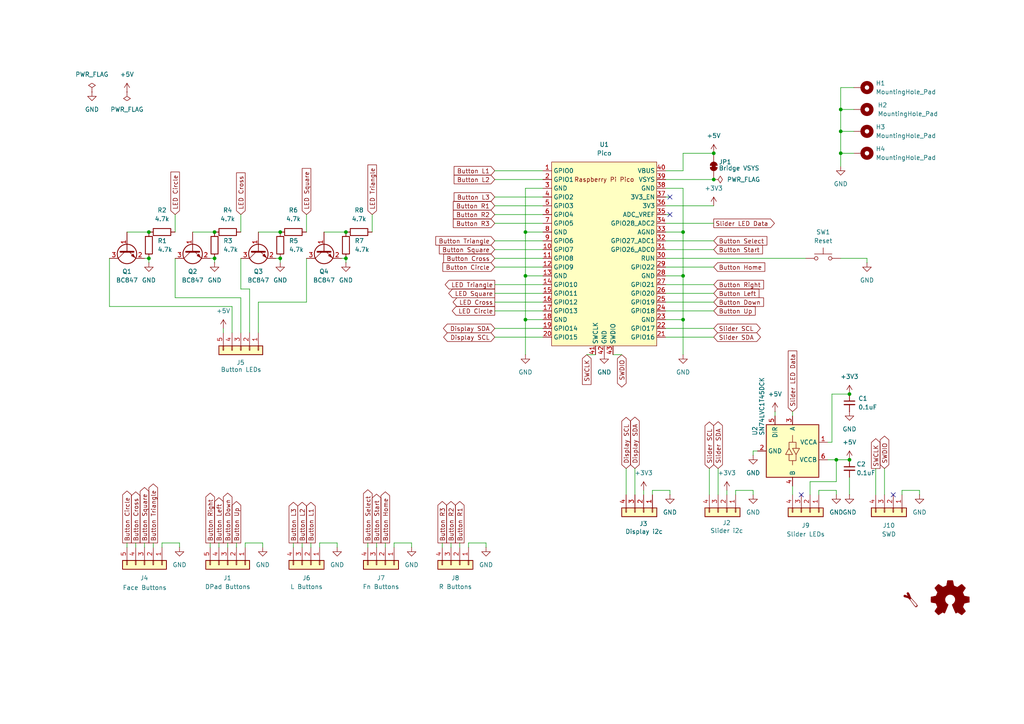
<source format=kicad_sch>
(kicad_sch (version 20231120) (generator "eeschema") (generator_version "8.0")
  (paper "A4")
  (title_block (title "DivaConIO") (date "2024-11-15") (rev "1") (company "ravinrabbid"))
  (lib_symbols
    (symbol "Connector_Generic:Conn_01x04" (pin_names (offset 1.016) hide)
      (property "Reference" "J" (at 0 5.08 0))
      (property "Value" "Conn_01x04" (at 0 -7.62 0))
      (symbol "Conn_01x04_1_1"
        (pin passive line (at -5.08 2.54 0) (length 3.81) (name "Pin_1") (number "1"))
        (pin passive line (at -5.08 0 0) (length 3.81) (name "Pin_2") (number "2"))
        (pin passive line (at -5.08 -2.54 0) (length 3.81) (name "Pin_3") (number "3"))
        (pin passive line (at -5.08 -5.08 0) (length 3.81) (name "Pin_4") (number "4"))
      )
    )
    (symbol "Connector_Generic:Conn_01x05" (pin_names (offset 1.016) hide)
      (property "Reference" "J" (at 0 7.62 0))
      (property "Value" "Conn_01x05" (at 0 -7.62 0))
      (symbol "Conn_01x05_1_1"
        (pin passive line (at -5.08 5.08 0) (length 3.81) (name "Pin_1") (number "1"))
        (pin passive line (at -5.08 2.54 0) (length 3.81) (name "Pin_2") (number "2"))
        (pin passive line (at -5.08 0 0) (length 3.81) (name "Pin_3") (number "3"))
        (pin passive line (at -5.08 -2.54 0) (length 3.81) (name "Pin_4") (number "4"))
        (pin passive line (at -5.08 -5.08 0) (length 3.81) (name "Pin_5") (number "5"))
      )
    )
    (symbol "CustomLogos:Leek" (pin_names (offset 1.016)) (in_bom no) (on_board no))
    (symbol "Device:C_Small" (pin_numbers hide) (pin_names (offset 0.254) hide)
      (property "Reference" "C" (at 0.254 1.778 0))
      (property "Value" "C_Small" (at 0.254 -2.032 0))
      (symbol "C_Small_1_1"
        (pin passive line (at 0 2.54 270) (length 2.032) (name "~") (number "1"))
        (pin passive line (at 0 -2.54 90) (length 2.032) (name "~") (number "2"))
      )
    )
    (symbol "Device:R" (pin_numbers hide) (pin_names (offset 0))
      (property "Reference" "R" (at 2.032 0 90))
      (property "Value" "R" (at 0 0 90))
      (symbol "R_1_1"
        (pin passive line (at 0 3.81 270) (length 1.27) (name "~") (number "1"))
        (pin passive line (at 0 -3.81 90) (length 1.27) (name "~") (number "2"))
      )
    )
    (symbol "DivaConIO:Pico"
      (property "Reference" "U" (at -13.97 27.94 0))
      (property "Value" "Pico" (at 0 19.05 0))
      (symbol "Pico_0_0"
        (text "Raspberry Pi Pico" (at 0 21.59 0) (effects (font (size 1.27 1.27))))
      )
      (symbol "Pico_1_1"
        (pin bidirectional line (at -17.78 24.13 0) (length 2.54) (name "GPIO0") (number "1"))
        (pin bidirectional line (at -17.78 1.27 0) (length 2.54) (name "GPIO7") (number "10"))
        (pin bidirectional line (at -17.78 -1.27 0) (length 2.54) (name "GPIO8") (number "11"))
        (pin bidirectional line (at -17.78 -3.81 0) (length 2.54) (name "GPIO9") (number "12"))
        (pin power_in line (at -17.78 -6.35 0) (length 2.54) (name "GND") (number "13"))
        (pin bidirectional line (at -17.78 -8.89 0) (length 2.54) (name "GPIO10") (number "14"))
        (pin bidirectional line (at -17.78 -11.43 0) (length 2.54) (name "GPIO11") (number "15"))
        (pin bidirectional line (at -17.78 -13.97 0) (length 2.54) (name "GPIO12") (number "16"))
        (pin bidirectional line (at -17.78 -16.51 0) (length 2.54) (name "GPIO13") (number "17"))
        (pin power_in line (at -17.78 -19.05 0) (length 2.54) (name "GND") (number "18"))
        (pin bidirectional line (at -17.78 -21.59 0) (length 2.54) (name "GPIO14") (number "19"))
        (pin bidirectional line (at -17.78 21.59 0) (length 2.54) (name "GPIO1") (number "2"))
        (pin bidirectional line (at -17.78 -24.13 0) (length 2.54) (name "GPIO15") (number "20"))
        (pin bidirectional line (at 17.78 -24.13 180) (length 2.54) (name "GPIO16") (number "21"))
        (pin bidirectional line (at 17.78 -21.59 180) (length 2.54) (name "GPIO17") (number "22"))
        (pin power_in line (at 17.78 -19.05 180) (length 2.54) (name "GND") (number "23"))
        (pin bidirectional line (at 17.78 -16.51 180) (length 2.54) (name "GPIO18") (number "24"))
        (pin bidirectional line (at 17.78 -13.97 180) (length 2.54) (name "GPIO19") (number "25"))
        (pin bidirectional line (at 17.78 -11.43 180) (length 2.54) (name "GPIO20") (number "26"))
        (pin bidirectional line (at 17.78 -8.89 180) (length 2.54) (name "GPIO21") (number "27"))
        (pin power_in line (at 17.78 -6.35 180) (length 2.54) (name "GND") (number "28"))
        (pin bidirectional line (at 17.78 -3.81 180) (length 2.54) (name "GPIO22") (number "29"))
        (pin power_in line (at -17.78 19.05 0) (length 2.54) (name "GND") (number "3"))
        (pin input line (at 17.78 -1.27 180) (length 2.54) (name "RUN") (number "30"))
        (pin bidirectional line (at 17.78 1.27 180) (length 2.54) (name "GPIO26_ADC0") (number "31"))
        (pin bidirectional line (at 17.78 3.81 180) (length 2.54) (name "GPIO27_ADC1") (number "32"))
        (pin power_in line (at 17.78 6.35 180) (length 2.54) (name "AGND") (number "33"))
        (pin bidirectional line (at 17.78 8.89 180) (length 2.54) (name "GPIO28_ADC2") (number "34"))
        (pin power_in line (at 17.78 11.43 180) (length 2.54) (name "ADC_VREF") (number "35"))
        (pin power_out line (at 17.78 13.97 180) (length 2.54) (name "3V3") (number "36"))
        (pin input line (at 17.78 16.51 180) (length 2.54) (name "3V3_EN") (number "37"))
        (pin power_in line (at 17.78 19.05 180) (length 2.54) (name "GND") (number "38"))
        (pin power_in line (at 17.78 21.59 180) (length 2.54) (name "VSYS") (number "39"))
        (pin bidirectional line (at -17.78 16.51 0) (length 2.54) (name "GPIO2") (number "4"))
        (pin power_in line (at 17.78 24.13 180) (length 2.54) (name "VBUS") (number "40"))
        (pin input line (at -2.54 -29.21 90) (length 2.54) (name "SWCLK") (number "41"))
        (pin power_in line (at 0 -29.21 90) (length 2.54) (name "GND") (number "42"))
        (pin bidirectional line (at 2.54 -29.21 90) (length 2.54) (name "SWDIO") (number "43"))
        (pin bidirectional line (at -17.78 13.97 0) (length 2.54) (name "GPIO3") (number "5"))
        (pin bidirectional line (at -17.78 11.43 0) (length 2.54) (name "GPIO4") (number "6"))
        (pin bidirectional line (at -17.78 8.89 0) (length 2.54) (name "GPIO5") (number "7"))
        (pin power_in line (at -17.78 6.35 0) (length 2.54) (name "GND") (number "8"))
        (pin bidirectional line (at -17.78 3.81 0) (length 2.54) (name "GPIO6") (number "9"))
      )
    )
    (symbol "Graphic:Logo_Open_Hardware_Small" (in_bom no) (on_board no))
    (symbol "Jumper:SolderJumper_2_Bridged" (pin_numbers hide) (pin_names (offset 0) hide) (exclude_from_sim yes) (in_bom no)
      (property "Reference" "JP" (at 0 2.032 0))
      (property "Value" "SolderJumper_2_Bridged" (at 0 -2.54 0))
      (symbol "SolderJumper_2_Bridged_1_1"
        (pin passive line (at -3.81 0 0) (length 2.54) (name "A") (number "1"))
        (pin passive line (at 3.81 0 180) (length 2.54) (name "B") (number "2"))
      )
    )
    (symbol "Logic_LevelTranslator:SN74LVC1T45DCK"
      (property "Reference" "U" (at -6.35 8.89 0))
      (property "Value" "SN74LVC1T45DCK" (at 3.81 8.89 0))
      (symbol "SN74LVC1T45DCK_1_1"
        (pin power_in line (at -2.54 10.16 270) (length 2.54) (name "VCCA") (number "1"))
        (pin power_in line (at 0 -10.16 90) (length 2.54) (name "GND") (number "2"))
        (pin bidirectional line (at -10.16 0 0) (length 2.54) (name "A") (number "3"))
        (pin bidirectional line (at 10.16 0 180) (length 2.54) (name "B") (number "4"))
        (pin input line (at -10.16 -5.08 0) (length 2.54) (name "DIR") (number "5"))
        (pin power_in line (at 2.54 10.16 270) (length 2.54) (name "VCCB") (number "6"))
      )
    )
    (symbol "Mechanical:MountingHole_Pad" (pin_numbers hide) (pin_names (offset 1.016) hide) (exclude_from_sim yes) (in_bom no)
      (property "Reference" "H" (at 0 6.35 0))
      (property "Value" "MountingHole_Pad" (at 0 4.445 0))
      (symbol "MountingHole_Pad_1_1"
        (pin input line (at 0 -2.54 90) (length 2.54) (name "1") (number "1"))
      )
    )
    (symbol "Switch:SW_Push" (pin_numbers hide) (pin_names (offset 1.016) hide)
      (property "Reference" "SW" (at 1.27 2.54 0))
      (property "Value" "SW_Push" (at 0 -1.524 0))
      (symbol "SW_Push_0_1"
        (pin passive line (at -5.08 0 0) (length 2.54) (name "1") (number "1"))
        (pin passive line (at 5.08 0 180) (length 2.54) (name "2") (number "2"))
      )
    )
    (symbol "Transistor_BJT:BC847" (pin_names (offset 0) hide)
      (property "Reference" "Q" (at 5.08 1.905 0))
      (property "Value" "BC847" (at 5.08 0 0))
      (symbol "BC847_1_1"
        (pin input line (at -5.08 0 0) (length 5.715) (name "B") (number "1"))
        (pin passive line (at 2.54 -5.08 90) (length 2.54) (name "E") (number "2"))
        (pin passive line (at 2.54 5.08 270) (length 2.54) (name "C") (number "3"))
      )
    )
    (symbol "power:+3V3" (power) (pin_numbers hide) (pin_names (offset 0) hide)
      (property "Value" "+3V3" (at 0 3.556 0))
      (symbol "+3V3_1_1"
        (pin power_in line (at 0 0 90) (length 0) (name "~") (number "1"))
      )
    )
    (symbol "power:+5V" (power) (pin_numbers hide) (pin_names (offset 0) hide)
      (property "Value" "+5V" (at 0 3.556 0))
      (symbol "+5V_1_1"
        (pin power_in line (at 0 0 90) (length 0) (name "~") (number "1"))
      )
    )
    (symbol "power:GND" (power) (pin_numbers hide) (pin_names (offset 0) hide)
      (property "Value" "GND" (at 0 -3.81 0))
      (symbol "GND_1_1"
        (pin power_in line (at 0 0 270) (length 0) (name "~") (number "1"))
      )
    )
    (symbol "power:PWR_FLAG" (power) (pin_numbers hide) (pin_names (offset 0) hide)
      (property "Value" "PWR_FLAG" (at 0 3.81 0))
      (symbol "PWR_FLAG_0_0"
        (pin power_out line (at 0 0 90) (length 0) (name "~") (number "1"))
      )
    )
  )
  (junction (at 100.33 67.31))
  (junction (at 243.84 44.45))
  (junction (at 246.38 114.3))
  (junction (at 152.4 67.31))
  (junction (at 198.12 80.01))
  (junction (at 43.18 74.93))
  (junction (at 207.01 44.45))
  (junction (at 152.4 80.01))
  (junction (at 81.28 74.93))
  (junction (at 243.84 38.1))
  (junction (at 62.23 74.93))
  (junction (at 198.12 67.31))
  (junction (at 246.38 133.35))
  (junction (at 100.33 74.93))
  (junction (at 207.01 52.07))
  (junction (at 152.4 92.71))
  (junction (at 198.12 92.71))
  (junction (at 62.23 67.31))
  (junction (at 43.18 67.31))
  (junction (at 243.84 31.75))
  (junction (at 242.57 133.35))
  (junction (at 81.28 67.31))
  (no_connect (at 194.31 62.23))
  (no_connect (at 194.31 57.15))
  (no_connect (at 259.08 143.51))
  (no_connect (at 232.41 143.51))
  (wire (pts (xy 207.01 52.07) (xy 193.04 52.07)))
  (wire (pts (xy 177.8 102.87) (xy 180.34 102.87)))
  (wire (pts (xy 62.23 74.93) (xy 62.23 76.2)))
  (wire (pts (xy 247.65 25.4) (xy 243.84 25.4)))
  (wire (pts (xy 193.04 90.17) (xy 207.01 90.17)))
  (wire (pts (xy 81.28 67.31) (xy 74.93 67.31)))
  (wire (pts (xy 135.89 157.48) (xy 140.97 157.48)))
  (wire (pts (xy 60.96 157.48) (xy 60.96 158.75)))
  (wire (pts (xy 193.04 72.39) (xy 207.01 72.39)))
  (wire (pts (xy 143.51 74.93) (xy 157.48 74.93)))
  (wire (pts (xy 208.28 135.89) (xy 208.28 143.51)))
  (wire (pts (xy 69.85 74.93) (xy 69.85 83.82)))
  (wire (pts (xy 152.4 80.01) (xy 157.48 80.01)))
  (wire (pts (xy 50.8 74.93) (xy 50.8 86.36)))
  (wire (pts (xy 243.84 38.1) (xy 243.84 44.45)))
  (wire (pts (xy 81.28 74.93) (xy 81.28 76.2)))
  (wire (pts (xy 100.33 67.31) (xy 93.98 67.31)))
  (wire (pts (xy 143.51 59.69) (xy 157.48 59.69)))
  (wire (pts (xy 41.91 157.48) (xy 41.91 158.75)))
  (wire (pts (xy 143.51 52.07) (xy 157.48 52.07)))
  (wire (pts (xy 193.04 92.71) (xy 198.12 92.71)))
  (wire (pts (xy 39.37 157.48) (xy 39.37 158.75)))
  (wire (pts (xy 143.51 95.25) (xy 157.48 95.25)))
  (wire (pts (xy 229.87 119.38) (xy 229.87 120.65)))
  (wire (pts (xy 219.71 130.81) (xy 218.44 130.81)))
  (wire (pts (xy 46.99 157.48) (xy 46.99 158.75)))
  (wire (pts (xy 50.8 86.36) (xy 69.85 86.36)))
  (wire (pts (xy 184.15 135.89) (xy 184.15 143.51)))
  (wire (pts (xy 68.58 157.48) (xy 68.58 158.75)))
  (wire (pts (xy 43.18 67.31) (xy 36.83 67.31)))
  (wire (pts (xy 46.99 157.48) (xy 52.07 157.48)))
  (wire (pts (xy 210.82 142.24) (xy 210.82 143.51)))
  (wire (pts (xy 193.04 77.47) (xy 207.01 77.47)))
  (wire (pts (xy 243.84 38.1) (xy 247.65 38.1)))
  (wire (pts (xy 218.44 142.24) (xy 218.44 143.51)))
  (wire (pts (xy 71.12 157.48) (xy 76.2 157.48)))
  (wire (pts (xy 266.7 142.24) (xy 266.7 143.51)))
  (wire (pts (xy 143.51 72.39) (xy 157.48 72.39)))
  (wire (pts (xy 243.84 31.75) (xy 247.65 31.75)))
  (wire (pts (xy 193.04 95.25) (xy 207.01 95.25)))
  (wire (pts (xy 106.68 157.48) (xy 106.68 158.75)))
  (wire (pts (xy 193.04 87.63) (xy 207.01 87.63)))
  (wire (pts (xy 69.85 83.82) (xy 72.39 83.82)))
  (wire (pts (xy 76.2 157.48) (xy 76.2 158.75)))
  (wire (pts (xy 193.04 97.79) (xy 207.01 97.79)))
  (wire (pts (xy 88.9 87.63) (xy 74.93 87.63)))
  (wire (pts (xy 261.62 142.24) (xy 266.7 142.24)))
  (wire (pts (xy 243.84 74.93) (xy 251.46 74.93)))
  (wire (pts (xy 44.45 157.48) (xy 44.45 158.75)))
  (wire (pts (xy 189.23 142.24) (xy 189.23 143.51)))
  (wire (pts (xy 218.44 130.81) (xy 218.44 132.08)))
  (wire (pts (xy 143.51 85.09) (xy 157.48 85.09)))
  (wire (pts (xy 152.4 67.31) (xy 152.4 80.01)))
  (wire (pts (xy 254 135.89) (xy 254 143.51)))
  (wire (pts (xy 140.97 157.48) (xy 140.97 158.75)))
  (wire (pts (xy 193.04 59.69) (xy 207.01 59.69)))
  (wire (pts (xy 67.31 88.9) (xy 67.31 96.52)))
  (wire (pts (xy 152.4 54.61) (xy 152.4 67.31)))
  (wire (pts (xy 36.83 157.48) (xy 36.83 158.75)))
  (wire (pts (xy 143.51 69.85) (xy 157.48 69.85)))
  (wire (pts (xy 198.12 44.45) (xy 207.01 44.45)))
  (wire (pts (xy 152.4 67.31) (xy 157.48 67.31)))
  (wire (pts (xy 111.76 157.48) (xy 111.76 158.75)))
  (wire (pts (xy 181.61 135.89) (xy 181.61 143.51)))
  (wire (pts (xy 90.17 157.48) (xy 90.17 158.75)))
  (wire (pts (xy 63.5 157.48) (xy 63.5 158.75)))
  (wire (pts (xy 143.51 82.55) (xy 157.48 82.55)))
  (wire (pts (xy 62.23 67.31) (xy 55.88 67.31)))
  (wire (pts (xy 234.95 139.7) (xy 242.57 139.7)))
  (wire (pts (xy 143.51 97.79) (xy 157.48 97.79)))
  (wire (pts (xy 143.51 77.47) (xy 157.48 77.47)))
  (wire (pts (xy 240.03 133.35) (xy 242.57 133.35)))
  (wire (pts (xy 246.38 143.51) (xy 246.38 138.43)))
  (wire (pts (xy 193.04 85.09) (xy 207.01 85.09)))
  (wire (pts (xy 157.48 54.61) (xy 152.4 54.61)))
  (wire (pts (xy 213.36 142.24) (xy 213.36 143.51)))
  (wire (pts (xy 128.27 157.48) (xy 128.27 158.75)))
  (wire (pts (xy 143.51 62.23) (xy 157.48 62.23)))
  (wire (pts (xy 152.4 80.01) (xy 152.4 92.71)))
  (wire (pts (xy 114.3 157.48) (xy 119.38 157.48)))
  (wire (pts (xy 72.39 83.82) (xy 72.39 96.52)))
  (wire (pts (xy 193.04 74.93) (xy 233.68 74.93)))
  (wire (pts (xy 31.75 88.9) (xy 67.31 88.9)))
  (wire (pts (xy 99.06 74.93) (xy 100.33 74.93)))
  (wire (pts (xy 243.84 25.4) (xy 243.84 31.75)))
  (wire (pts (xy 198.12 92.71) (xy 198.12 102.87)))
  (wire (pts (xy 31.75 74.93) (xy 31.75 88.9)))
  (wire (pts (xy 256.54 135.89) (xy 256.54 143.51)))
  (wire (pts (xy 237.49 142.24) (xy 237.49 143.51)))
  (wire (pts (xy 69.85 86.36) (xy 69.85 96.52)))
  (wire (pts (xy 193.04 67.31) (xy 198.12 67.31)))
  (wire (pts (xy 224.79 119.38) (xy 224.79 120.65)))
  (wire (pts (xy 243.84 44.45) (xy 247.65 44.45)))
  (wire (pts (xy 130.81 157.48) (xy 130.81 158.75)))
  (wire (pts (xy 143.51 87.63) (xy 157.48 87.63)))
  (wire (pts (xy 114.3 157.48) (xy 114.3 158.75)))
  (wire (pts (xy 198.12 54.61) (xy 198.12 67.31)))
  (wire (pts (xy 133.35 157.48) (xy 133.35 158.75)))
  (wire (pts (xy 193.04 54.61) (xy 198.12 54.61)))
  (wire (pts (xy 193.04 80.01) (xy 198.12 80.01)))
  (wire (pts (xy 170.18 102.87) (xy 172.72 102.87)))
  (wire (pts (xy 243.84 31.75) (xy 243.84 38.1)))
  (wire (pts (xy 243.84 44.45) (xy 243.84 48.26)))
  (wire (pts (xy 152.4 92.71) (xy 152.4 102.87)))
  (wire (pts (xy 234.95 143.51) (xy 234.95 139.7)))
  (wire (pts (xy 87.63 157.48) (xy 87.63 158.75)))
  (wire (pts (xy 143.51 49.53) (xy 157.48 49.53)))
  (wire (pts (xy 193.04 64.77) (xy 207.01 64.77)))
  (wire (pts (xy 193.04 69.85) (xy 207.01 69.85)))
  (wire (pts (xy 143.51 64.77) (xy 157.48 64.77)))
  (wire (pts (xy 66.04 157.48) (xy 66.04 158.75)))
  (wire (pts (xy 229.87 140.97) (xy 229.87 143.51)))
  (wire (pts (xy 71.12 157.48) (xy 71.12 158.75)))
  (wire (pts (xy 109.22 157.48) (xy 109.22 158.75)))
  (wire (pts (xy 119.38 157.48) (xy 119.38 158.75)))
  (wire (pts (xy 198.12 80.01) (xy 198.12 92.71)))
  (wire (pts (xy 205.74 135.89) (xy 205.74 143.51)))
  (wire (pts (xy 193.04 49.53) (xy 198.12 49.53)))
  (wire (pts (xy 143.51 90.17) (xy 157.48 90.17)))
  (wire (pts (xy 194.31 62.23) (xy 193.04 62.23)))
  (wire (pts (xy 64.77 95.25) (xy 64.77 96.52)))
  (wire (pts (xy 107.95 62.23) (xy 107.95 67.31)))
  (wire (pts (xy 52.07 157.48) (xy 52.07 158.75)))
  (wire (pts (xy 194.31 142.24) (xy 194.31 143.51)))
  (wire (pts (xy 100.33 74.93) (xy 100.33 76.2)))
  (wire (pts (xy 74.93 87.63) (xy 74.93 96.52)))
  (wire (pts (xy 194.31 57.15) (xy 193.04 57.15)))
  (wire (pts (xy 242.57 142.24) (xy 242.57 143.51)))
  (wire (pts (xy 85.09 157.48) (xy 85.09 158.75)))
  (wire (pts (xy 41.91 74.93) (xy 43.18 74.93)))
  (wire (pts (xy 92.71 157.48) (xy 92.71 158.75)))
  (wire (pts (xy 198.12 67.31) (xy 198.12 80.01)))
  (wire (pts (xy 242.57 133.35) (xy 246.38 133.35)))
  (wire (pts (xy 143.51 57.15) (xy 157.48 57.15)))
  (wire (pts (xy 60.96 74.93) (xy 62.23 74.93)))
  (wire (pts (xy 251.46 74.93) (xy 251.46 76.2)))
  (wire (pts (xy 198.12 44.45) (xy 198.12 49.53)))
  (wire (pts (xy 80.01 74.93) (xy 81.28 74.93)))
  (wire (pts (xy 69.85 62.23) (xy 69.85 67.31)))
  (wire (pts (xy 50.8 62.23) (xy 50.8 67.31)))
  (wire (pts (xy 242.57 139.7) (xy 242.57 133.35)))
  (wire (pts (xy 189.23 142.24) (xy 194.31 142.24)))
  (wire (pts (xy 135.89 157.48) (xy 135.89 158.75)))
  (wire (pts (xy 43.18 74.93) (xy 43.18 76.2)))
  (wire (pts (xy 92.71 157.48) (xy 97.79 157.48)))
  (wire (pts (xy 237.49 142.24) (xy 242.57 142.24)))
  (wire (pts (xy 88.9 74.93) (xy 88.9 87.63)))
  (wire (pts (xy 261.62 142.24) (xy 261.62 143.51)))
  (wire (pts (xy 241.3 114.3) (xy 246.38 114.3)))
  (wire (pts (xy 241.3 128.27) (xy 240.03 128.27)))
  (wire (pts (xy 186.69 142.24) (xy 186.69 143.51)))
  (wire (pts (xy 193.04 82.55) (xy 207.01 82.55)))
  (wire (pts (xy 213.36 142.24) (xy 218.44 142.24)))
  (wire (pts (xy 97.79 157.48) (xy 97.79 158.75)))
  (wire (pts (xy 152.4 92.71) (xy 157.48 92.71)))
  (wire (pts (xy 88.9 62.23) (xy 88.9 67.31)))
  (wire (pts (xy 241.3 114.3) (xy 241.3 128.27)))
  (global_label "Button R3" (shape input) (at 143.51 64.77 180) (property "Intersheetrefs" "${INTERSHEET_REFS}" (effects (hide yes))))
  (global_label "Button Circle" (shape output) (at 36.83 157.48 90) (property "Intersheetrefs" "${INTERSHEET_REFS}" (effects (hide yes))))
  (global_label "Button Cross" (shape output) (at 39.37 157.48 90) (property "Intersheetrefs" "${INTERSHEET_REFS}" (effects (hide yes))))
  (global_label "Display SCL" (shape bidirectional) (at 143.51 97.79 180) (property "Intersheetrefs" "${INTERSHEET_REFS}" (effects (hide yes))))
  (global_label "Button Up" (shape output) (at 68.58 157.48 90) (property "Intersheetrefs" "${INTERSHEET_REFS}" (effects (hide yes))))
  (global_label "Button Select" (shape output) (at 106.68 157.48 90) (property "Intersheetrefs" "${INTERSHEET_REFS}" (effects (hide yes))))
  (global_label "Slider LED Data" (shape input) (at 229.87 119.38 90) (property "Intersheetrefs" "${INTERSHEET_REFS}" (effects (hide yes))))
  (global_label "Button L2" (shape input) (at 143.51 52.07 180) (property "Intersheetrefs" "${INTERSHEET_REFS}" (effects (hide yes))))
  (global_label "Display SDA" (shape bidirectional) (at 184.15 135.89 90) (property "Intersheetrefs" "${INTERSHEET_REFS}" (effects (hide yes))))
  (global_label "Slider SCL" (shape bidirectional) (at 205.74 135.89 90) (property "Intersheetrefs" "${INTERSHEET_REFS}" (effects (hide yes))))
  (global_label "Button R2" (shape input) (at 143.51 62.23 180) (property "Intersheetrefs" "${INTERSHEET_REFS}" (effects (hide yes))))
  (global_label "Slider SDA" (shape bidirectional) (at 207.01 97.79 0) (property "Intersheetrefs" "${INTERSHEET_REFS}" (effects (hide yes))))
  (global_label "LED Triangle" (shape output) (at 143.51 82.55 180) (property "Intersheetrefs" "${INTERSHEET_REFS}" (effects (hide yes))))
  (global_label "Button R1" (shape input) (at 143.51 59.69 180) (property "Intersheetrefs" "${INTERSHEET_REFS}" (effects (hide yes))))
  (global_label "Slider SDA" (shape bidirectional) (at 208.28 135.89 90) (property "Intersheetrefs" "${INTERSHEET_REFS}" (effects (hide yes))))
  (global_label "Button Left" (shape input) (at 207.01 85.09 0) (property "Intersheetrefs" "${INTERSHEET_REFS}" (effects (hide yes))))
  (global_label "Button Right" (shape input) (at 207.01 82.55 0) (property "Intersheetrefs" "${INTERSHEET_REFS}" (effects (hide yes))))
  (global_label "Button Square" (shape output) (at 41.91 157.48 90) (property "Intersheetrefs" "${INTERSHEET_REFS}" (effects (hide yes))))
  (global_label "Button L1" (shape input) (at 143.51 49.53 180) (property "Intersheetrefs" "${INTERSHEET_REFS}" (effects (hide yes))))
  (global_label "LED Circle" (shape input) (at 50.8 62.23 90) (property "Intersheetrefs" "${INTERSHEET_REFS}" (effects (hide yes))))
  (global_label "Button Cross" (shape input) (at 143.51 74.93 180) (property "Intersheetrefs" "${INTERSHEET_REFS}" (effects (hide yes))))
  (global_label "Button L1" (shape output) (at 90.17 157.48 90) (property "Intersheetrefs" "${INTERSHEET_REFS}" (effects (hide yes))))
  (global_label "Button R1" (shape output) (at 133.35 157.48 90) (property "Intersheetrefs" "${INTERSHEET_REFS}" (effects (hide yes))))
  (global_label "Button Triangle" (shape input) (at 143.51 69.85 180) (property "Intersheetrefs" "${INTERSHEET_REFS}" (effects (hide yes))))
  (global_label "Button R2" (shape output) (at 130.81 157.48 90) (property "Intersheetrefs" "${INTERSHEET_REFS}" (effects (hide yes))))
  (global_label "LED Square" (shape output) (at 143.51 85.09 180) (property "Intersheetrefs" "${INTERSHEET_REFS}" (effects (hide yes))))
  (global_label "Button Select" (shape input) (at 207.01 69.85 0) (property "Intersheetrefs" "${INTERSHEET_REFS}" (effects (hide yes))))
  (global_label "Slider LED Data" (shape output) (at 207.01 64.77 0) (property "Intersheetrefs" "${INTERSHEET_REFS}" (effects (hide yes))))
  (global_label "Button Triangle" (shape output) (at 44.45 157.48 90) (property "Intersheetrefs" "${INTERSHEET_REFS}" (effects (hide yes))))
  (global_label "Display SDA" (shape bidirectional) (at 143.51 95.25 180) (property "Intersheetrefs" "${INTERSHEET_REFS}" (effects (hide yes))))
  (global_label "SWCLK" (shape input) (at 170.18 102.87 270) (property "Intersheetrefs" "${INTERSHEET_REFS}" (effects (hide yes))))
  (global_label "LED Circle" (shape output) (at 143.51 90.17 180) (property "Intersheetrefs" "${INTERSHEET_REFS}" (effects (hide yes))))
  (global_label "Button Home" (shape input) (at 207.01 77.47 0) (property "Intersheetrefs" "${INTERSHEET_REFS}" (effects (hide yes))))
  (global_label "Button Start" (shape output) (at 109.22 157.48 90) (property "Intersheetrefs" "${INTERSHEET_REFS}" (effects (hide yes))))
  (global_label "LED Square" (shape input) (at 88.9 62.23 90) (property "Intersheetrefs" "${INTERSHEET_REFS}" (effects (hide yes))))
  (global_label "Slider SCL" (shape bidirectional) (at 207.01 95.25 0) (property "Intersheetrefs" "${INTERSHEET_REFS}" (effects (hide yes))))
  (global_label "Button Right" (shape output) (at 60.96 157.48 90) (property "Intersheetrefs" "${INTERSHEET_REFS}" (effects (hide yes))))
  (global_label "Display SCL" (shape bidirectional) (at 181.61 135.89 90) (property "Intersheetrefs" "${INTERSHEET_REFS}" (effects (hide yes))))
  (global_label "Button R3" (shape output) (at 128.27 157.48 90) (property "Intersheetrefs" "${INTERSHEET_REFS}" (effects (hide yes))))
  (global_label "SWDIO" (shape bidirectional) (at 256.54 135.89 90) (property "Intersheetrefs" "${INTERSHEET_REFS}" (effects (hide yes))))
  (global_label "Button Circle" (shape input) (at 143.51 77.47 180) (property "Intersheetrefs" "${INTERSHEET_REFS}" (effects (hide yes))))
  (global_label "LED Cross" (shape output) (at 143.51 87.63 180) (property "Intersheetrefs" "${INTERSHEET_REFS}" (effects (hide yes))))
  (global_label "Button Up" (shape input) (at 207.01 90.17 0) (property "Intersheetrefs" "${INTERSHEET_REFS}" (effects (hide yes))))
  (global_label "LED Triangle" (shape input) (at 107.95 62.23 90) (property "Intersheetrefs" "${INTERSHEET_REFS}" (effects (hide yes))))
  (global_label "Button Left" (shape output) (at 63.5 157.48 90) (property "Intersheetrefs" "${INTERSHEET_REFS}" (effects (hide yes))))
  (global_label "Button L3" (shape input) (at 143.51 57.15 180) (property "Intersheetrefs" "${INTERSHEET_REFS}" (effects (hide yes))))
  (global_label "Button Square" (shape input) (at 143.51 72.39 180) (property "Intersheetrefs" "${INTERSHEET_REFS}" (effects (hide yes))))
  (global_label "Button Start" (shape input) (at 207.01 72.39 0) (property "Intersheetrefs" "${INTERSHEET_REFS}" (effects (hide yes))))
  (global_label "LED Cross" (shape input) (at 69.85 62.23 90) (property "Intersheetrefs" "${INTERSHEET_REFS}" (effects (hide yes))))
  (global_label "SWDIO" (shape bidirectional) (at 180.34 102.87 270) (property "Intersheetrefs" "${INTERSHEET_REFS}" (effects (hide yes))))
  (global_label "SWCLK" (shape output) (at 254 135.89 90) (property "Intersheetrefs" "${INTERSHEET_REFS}" (effects (hide yes))))
  (global_label "Button Down" (shape output) (at 66.04 157.48 90) (property "Intersheetrefs" "${INTERSHEET_REFS}" (effects (hide yes))))
  (global_label "Button L3" (shape output) (at 85.09 157.48 90) (property "Intersheetrefs" "${INTERSHEET_REFS}" (effects (hide yes))))
  (global_label "Button Down" (shape input) (at 207.01 87.63 0) (property "Intersheetrefs" "${INTERSHEET_REFS}" (effects (hide yes))))
  (global_label "Button L2" (shape output) (at 87.63 157.48 90) (property "Intersheetrefs" "${INTERSHEET_REFS}" (effects (hide yes))))
  (global_label "Button Home" (shape output) (at 111.76 157.48 90) (property "Intersheetrefs" "${INTERSHEET_REFS}" (effects (hide yes))))
  (symbol (lib_id "Connector_Generic:Conn_01x05") (at 69.85 101.6 270) (unit 1)
    (property "Reference" "J5" (at 68.58 105.156 90) (effects (justify left)))
    (property "Value" "Button LEDs" (at 64.008 107.188 90) (effects (justify left)))
    (property "Footprint" "Connector_JST:JST_PH_B5B-PH-K_1x05_P2.00mm_Vertical" (effects (hide yes)))
    (property "Description" "Generic connector, single row, 01x05, script generated (kicad-library-utils/schlib/autogen/connector/)" (effects (hide yes)))
  )
  (symbol (lib_id "Jumper:SolderJumper_2_Bridged") (at 207.01 48.26 90) (unit 1) (exclude_from_sim yes) (in_bom no)
    (property "Reference" "JP1" (at 210.312 46.99 90))
    (property "Value" "Bridge VSYS" (at 214.376 48.768 90))
    (property "Footprint" "Jumper:SolderJumper-2_P1.3mm_Bridged_RoundedPad1.0x1.5mm" (effects (hide yes)))
    (property "Description" "Solder Jumper, 2-pole, closed/bridged" (effects (hide yes)))
  )
  (symbol (lib_id "power:GND") (at 251.46 76.2 0) (unit 1)
    (property "Reference" "#PWR022" (effects (hide yes)))
    (property "Value" "GND" (at 251.46 81.28 0))
    (property "Description" "Power symbol creates a global label with name \"GND\" , ground" (effects (hide yes)))
  )
  (symbol (lib_id "DivaConIO:Pico") (at 175.26 73.66 0) (unit 1)
    (property "Reference" "U1" (at 175.26 41.91 0))
    (property "Value" "Pico" (at 175.26 44.45 0))
    (property "Footprint" "DivaConIO:RPi_Pico_SMD_TH" (effects (hide yes)))
  )
  (symbol (lib_id "Connector_Generic:Conn_01x04") (at 234.95 148.59 270) (unit 1)
    (property "Reference" "J9" (at 233.68 152.4 90))
    (property "Value" "Slider LEDs" (at 233.68 154.94 90))
    (property "Footprint" "Connector_JST:JST_PH_B4B-PH-K_1x04_P2.00mm_Vertical" (effects (hide yes)))
    (property "Description" "Generic connector, single row, 01x04, script generated (kicad-library-utils/schlib/autogen/connector/)" (effects (hide yes)))
  )
  (symbol (lib_id "Connector_Generic:Conn_01x04") (at 210.82 148.59 270) (unit 1)
    (property "Reference" "J2" (at 209.55 151.638 90) (effects (justify left)))
    (property "Value" "Slider i2c" (at 205.994 153.924 90) (effects (justify left)))
    (property "Footprint" "Connector_JST:JST_PH_B4B-PH-K_1x04_P2.00mm_Vertical" (effects (hide yes)))
    (property "Description" "Generic connector, single row, 01x04, script generated (kicad-library-utils/schlib/autogen/connector/)" (effects (hide yes)))
  )
  (symbol (lib_id "power:GND") (at 140.97 158.75 0) (unit 1)
    (property "Reference" "#PWR019" (effects (hide yes)))
    (property "Value" "GND" (at 140.97 163.83 0))
    (property "Description" "Power symbol creates a global label with name \"GND\" , ground" (effects (hide yes)))
  )
  (symbol (lib_id "Device:R") (at 62.23 71.12 180) (unit 1)
    (property "Reference" "R3" (at 64.77 69.8499 0) (effects (justify right)))
    (property "Value" "4.7k" (at 64.77 72.3899 0) (effects (justify right)))
    (property "Footprint" "Resistor_SMD:R_0805_2012Metric_Pad1.20x1.40mm_HandSolder" (effects (hide yes)))
    (property "Description" "Resistor" (effects (hide yes)))
  )
  (symbol (lib_id "power:GND") (at 246.38 119.38 0) (unit 1)
    (property "Reference" "#PWR034" (effects (hide yes)))
    (property "Value" "GND" (at 246.38 124.46 0))
    (property "Description" "Power symbol creates a global label with name \"GND\" , ground" (effects (hide yes)))
  )
  (symbol (lib_id "Connector_Generic:Conn_01x04") (at 259.08 148.59 270) (unit 1)
    (property "Reference" "J10" (at 257.81 152.4 90))
    (property "Value" "SWD" (at 257.81 154.94 90))
    (property "Footprint" "Connector_JST:JST_PH_B4B-PH-K_1x04_P2.00mm_Vertical" (effects (hide yes)))
    (property "Description" "Generic connector, single row, 01x04, script generated (kicad-library-utils/schlib/autogen/connector/)" (effects (hide yes)))
  )
  (symbol (lib_id "power:GND") (at 62.23 76.2 0) (unit 1)
    (property "Reference" "#PWR011" (effects (hide yes)))
    (property "Value" "GND" (at 62.23 81.28 0))
    (property "Description" "Power symbol creates a global label with name \"GND\" , ground" (effects (hide yes)))
  )
  (symbol (lib_id "power:GND") (at 266.7 143.51 0) (unit 1)
    (property "Reference" "#PWR027" (effects (hide yes)))
    (property "Value" "GND" (at 266.7 148.59 0))
    (property "Description" "Power symbol creates a global label with name \"GND\" , ground" (effects (hide yes)))
  )
  (symbol (lib_id "CustomLogos:Leek") (at 264.16 173.99 0) (unit 1) (exclude_from_sim yes) (in_bom no) (on_board no)
    (property "Reference" "#SYM1" (effects (hide yes)))
    (property "Value" "Leek" (effects (hide yes)))
  )
  (symbol (lib_id "power:GND") (at 218.44 143.51 0) (unit 1)
    (property "Reference" "#PWR05" (effects (hide yes)))
    (property "Value" "GND" (at 218.44 148.59 0))
    (property "Description" "Power symbol creates a global label with name \"GND\" , ground" (effects (hide yes)))
  )
  (symbol (lib_id "power:+3V3") (at 210.82 142.24 0) (unit 1)
    (property "Reference" "#PWR06" (effects (hide yes)))
    (property "Value" "+3V3" (at 210.82 137.16 0))
    (property "Description" "Power symbol creates a global label with name \"+3V3\"" (effects (hide yes)))
  )
  (symbol (lib_id "power:GND") (at 97.79 158.75 0) (unit 1)
    (property "Reference" "#PWR017" (effects (hide yes)))
    (property "Value" "GND" (at 97.79 163.83 0))
    (property "Description" "Power symbol creates a global label with name \"GND\" , ground" (effects (hide yes)))
  )
  (symbol (lib_id "power:+3V3") (at 207.01 59.69 0) (unit 1)
    (property "Reference" "#PWR01" (effects (hide yes)))
    (property "Value" "+3V3" (at 207.01 54.61 0))
    (property "Description" "Power symbol creates a global label with name \"+3V3\"" (effects (hide yes)))
  )
  (symbol (lib_id "power:PWR_FLAG") (at 26.67 26.67 0) (unit 1)
    (property "Reference" "#FLG01" (effects (hide yes)))
    (property "Value" "PWR_FLAG" (at 26.67 21.59 0))
    (property "Description" "Special symbol for telling ERC where power comes from" (effects (hide yes)))
  )
  (symbol (lib_id "Transistor_BJT:BC847") (at 74.93 72.39 90) (mirror x) (unit 1)
    (property "Reference" "Q3" (at 74.93 78.74 90))
    (property "Value" "BC847" (at 74.93 81.28 90))
    (property "Footprint" "Package_TO_SOT_SMD:SOT-23" (effects (hide yes)))
    (property "Datasheet" "http://www.infineon.com/dgdl/Infineon-BC847SERIES_BC848SERIES_BC849SERIES_BC850SERIES-DS-v01_01-en.pdf?fileId=db3a304314dca389011541d4630a1657" (effects (hide yes)))
    (property "Description" "0.1A Ic, 45V Vce, NPN Transistor, SOT-23" (effects (hide yes)))
  )
  (symbol (lib_id "power:GND") (at 43.18 76.2 0) (unit 1)
    (property "Reference" "#PWR010" (effects (hide yes)))
    (property "Value" "GND" (at 43.18 81.28 0))
    (property "Description" "Power symbol creates a global label with name \"GND\" , ground" (effects (hide yes)))
  )
  (symbol (lib_id "Transistor_BJT:BC847") (at 36.83 72.39 90) (mirror x) (unit 1)
    (property "Reference" "Q1" (at 36.83 78.74 90))
    (property "Value" "BC847" (at 36.83 81.28 90))
    (property "Footprint" "Package_TO_SOT_SMD:SOT-23" (effects (hide yes)))
    (property "Datasheet" "http://www.infineon.com/dgdl/Infineon-BC847SERIES_BC848SERIES_BC849SERIES_BC850SERIES-DS-v01_01-en.pdf?fileId=db3a304314dca389011541d4630a1657" (effects (hide yes)))
    (property "Description" "0.1A Ic, 45V Vce, NPN Transistor, SOT-23" (effects (hide yes)))
  )
  (symbol (lib_id "power:GND") (at 194.31 143.51 0) (unit 1)
    (property "Reference" "#PWR07" (effects (hide yes)))
    (property "Value" "GND" (at 194.31 148.59 0))
    (property "Description" "Power symbol creates a global label with name \"GND\" , ground" (effects (hide yes)))
  )
  (symbol (lib_id "Connector_Generic:Conn_01x04") (at 186.69 148.59 270) (unit 1)
    (property "Reference" "J3" (at 185.42 151.892 90) (effects (justify left)))
    (property "Value" "Display i2c" (at 181.356 154.178 90) (effects (justify left)))
    (property "Footprint" "Connector_JST:JST_PH_B4B-PH-K_1x04_P2.00mm_Vertical" (effects (hide yes)))
    (property "Description" "Generic connector, single row, 01x04, script generated (kicad-library-utils/schlib/autogen/connector/)" (effects (hide yes)))
  )
  (symbol (lib_id "Transistor_BJT:BC847") (at 55.88 72.39 90) (mirror x) (unit 1)
    (property "Reference" "Q2" (at 55.88 78.74 90))
    (property "Value" "BC847" (at 55.88 81.28 90))
    (property "Footprint" "Package_TO_SOT_SMD:SOT-23" (effects (hide yes)))
    (property "Datasheet" "http://www.infineon.com/dgdl/Infineon-BC847SERIES_BC848SERIES_BC849SERIES_BC850SERIES-DS-v01_01-en.pdf?fileId=db3a304314dca389011541d4630a1657" (effects (hide yes)))
    (property "Description" "0.1A Ic, 45V Vce, NPN Transistor, SOT-23" (effects (hide yes)))
  )
  (symbol (lib_id "Connector_Generic:Conn_01x04") (at 90.17 163.83 270) (unit 1)
    (property "Reference" "J6" (at 88.9 167.64 90))
    (property "Value" "L Buttons" (at 88.9 170.18 90))
    (property "Footprint" "Connector_JST:JST_PH_B4B-PH-K_1x04_P2.00mm_Vertical" (effects (hide yes)))
    (property "Description" "Generic connector, single row, 01x04, script generated (kicad-library-utils/schlib/autogen/connector/)" (effects (hide yes)))
  )
  (symbol (lib_id "power:GND") (at 26.67 26.67 0) (unit 1)
    (property "Reference" "#PWR024" (effects (hide yes)))
    (property "Value" "GND" (at 26.67 31.75 0))
    (property "Description" "Power symbol creates a global label with name \"GND\" , ground" (effects (hide yes)))
  )
  (symbol (lib_id "Switch:SW_Push") (at 238.76 74.93 0) (unit 1)
    (property "Reference" "SW1" (at 238.76 67.31 0))
    (property "Value" "Reset" (at 238.76 69.85 0))
    (property "Footprint" "Button_Switch_THT:SW_PUSH_6mm" (effects (hide yes)))
    (property "Description" "Push button switch, generic, two pins" (effects (hide yes)))
  )
  (symbol (lib_id "power:GND") (at 100.33 76.2 0) (unit 1)
    (property "Reference" "#PWR013" (effects (hide yes)))
    (property "Value" "GND" (at 100.33 81.28 0))
    (property "Description" "Power symbol creates a global label with name \"GND\" , ground" (effects (hide yes)))
  )
  (symbol (lib_id "power:GND") (at 76.2 158.75 0) (unit 1)
    (property "Reference" "#PWR016" (effects (hide yes)))
    (property "Value" "GND" (at 76.2 163.83 0))
    (property "Description" "Power symbol creates a global label with name \"GND\" , ground" (effects (hide yes)))
  )
  (symbol (lib_id "Device:R") (at 85.09 67.31 90) (unit 1)
    (property "Reference" "R6" (at 85.09 60.96 90))
    (property "Value" "4.7k" (at 85.09 63.5 90))
    (property "Footprint" "Resistor_SMD:R_0805_2012Metric_Pad1.20x1.40mm_HandSolder" (effects (hide yes)))
    (property "Description" "Resistor" (effects (hide yes)))
  )
  (symbol (lib_id "power:PWR_FLAG") (at 36.83 26.67 180) (unit 1)
    (property "Reference" "#FLG03" (effects (hide yes)))
    (property "Value" "PWR_FLAG" (at 36.83 31.75 0))
    (property "Description" "Special symbol for telling ERC where power comes from" (effects (hide yes)))
  )
  (symbol (lib_id "Connector_Generic:Conn_01x04") (at 133.35 163.83 270) (unit 1)
    (property "Reference" "J8" (at 132.08 167.64 90))
    (property "Value" "R Buttons" (at 132.08 170.18 90))
    (property "Footprint" "Connector_JST:JST_PH_B4B-PH-K_1x04_P2.00mm_Vertical" (effects (hide yes)))
    (property "Description" "Generic connector, single row, 01x04, script generated (kicad-library-utils/schlib/autogen/connector/)" (effects (hide yes)))
  )
  (symbol (lib_id "power:GND") (at 152.4 102.87 0) (unit 1)
    (property "Reference" "#PWR02" (effects (hide yes)))
    (property "Value" "GND" (at 152.4 107.95 0))
    (property "Description" "Power symbol creates a global label with name \"GND\" , ground" (effects (hide yes)))
  )
  (symbol (lib_id "Connector_Generic:Conn_01x05") (at 66.04 163.83 270) (unit 1)
    (property "Reference" "J1" (at 64.77 167.64 90) (effects (justify left)))
    (property "Value" "DPad Buttons" (at 59.436 170.18 90) (effects (justify left)))
    (property "Footprint" "Connector_JST:JST_PH_B5B-PH-K_1x05_P2.00mm_Vertical" (effects (hide yes)))
    (property "Description" "Generic connector, single row, 01x05, script generated (kicad-library-utils/schlib/autogen/connector/)" (effects (hide yes)))
  )
  (symbol (lib_id "power:+5V") (at 36.83 26.67 0) (unit 1)
    (property "Reference" "#PWR026" (effects (hide yes)))
    (property "Value" "+5V" (at 36.83 21.59 0))
    (property "Description" "Power symbol creates a global label with name \"+5V\"" (effects (hide yes)))
  )
  (symbol (lib_id "Device:R") (at 43.18 71.12 180) (unit 1)
    (property "Reference" "R1" (at 45.72 69.8499 0) (effects (justify right)))
    (property "Value" "4.7k" (at 45.72 72.3899 0) (effects (justify right)))
    (property "Footprint" "Resistor_SMD:R_0805_2012Metric_Pad1.20x1.40mm_HandSolder" (effects (hide yes)))
    (property "Description" "Resistor" (effects (hide yes)))
  )
  (symbol (lib_id "power:GND") (at 175.26 102.87 0) (unit 1)
    (property "Reference" "#PWR09" (effects (hide yes)))
    (property "Value" "GND" (at 175.26 107.95 0))
    (property "Description" "Power symbol creates a global label with name \"GND\" , ground" (effects (hide yes)))
  )
  (symbol (lib_id "power:GND") (at 81.28 76.2 0) (unit 1)
    (property "Reference" "#PWR012" (effects (hide yes)))
    (property "Value" "GND" (at 81.28 81.28 0))
    (property "Description" "Power symbol creates a global label with name \"GND\" , ground" (effects (hide yes)))
  )
  (symbol (lib_id "Device:R") (at 100.33 71.12 180) (unit 1)
    (property "Reference" "R7" (at 102.87 69.8499 0) (effects (justify right)))
    (property "Value" "4.7k" (at 102.87 72.3899 0) (effects (justify right)))
    (property "Footprint" "Resistor_SMD:R_0805_2012Metric_Pad1.20x1.40mm_HandSolder" (effects (hide yes)))
    (property "Description" "Resistor" (effects (hide yes)))
  )
  (symbol (lib_id "power:+3V3") (at 186.69 142.24 0) (unit 1)
    (property "Reference" "#PWR08" (effects (hide yes)))
    (property "Value" "+3V3" (at 186.69 137.16 0))
    (property "Description" "Power symbol creates a global label with name \"+3V3\"" (effects (hide yes)))
  )
  (symbol (lib_id "power:PWR_FLAG") (at 207.01 52.07 270) (unit 1)
    (property "Reference" "#FLG02" (effects (hide yes)))
    (property "Value" "PWR_FLAG" (at 210.82 52.0699 90) (effects (justify left)))
    (property "Description" "Special symbol for telling ERC where power comes from" (effects (hide yes)))
  )
  (symbol (lib_id "Connector_Generic:Conn_01x05") (at 41.91 163.83 270) (unit 1)
    (property "Reference" "J4" (at 40.64 167.64 90) (effects (justify left)))
    (property "Value" "Face Buttons" (at 35.56 170.434 90) (effects (justify left)))
    (property "Footprint" "Connector_JST:JST_PH_B5B-PH-K_1x05_P2.00mm_Vertical" (effects (hide yes)))
    (property "Description" "Generic connector, single row, 01x05, script generated (kicad-library-utils/schlib/autogen/connector/)" (effects (hide yes)))
  )
  (symbol (lib_id "Logic_LevelTranslator:SN74LVC1T45DCK") (at 229.87 130.81 270) (unit 1)
    (property "Reference" "U2" (at 218.948 124.968 0))
    (property "Value" "SN74LVC1T45DCK" (at 220.98 117.856 0))
    (property "Footprint" "Package_TO_SOT_SMD:SOT-363_SC-70-6_Handsoldering" (effects (hide yes)))
    (property "Datasheet" "http://www.ti.com/lit/ds/symlink/sn74lvc1t45.pdf" (effects (hide yes)))
    (property "Description" "Single-Bit Dual-Supply Bus Transceiver With Configurable Voltage Translation and 3-State Outputs, SOT-363" (effects (hide yes)))
  )
  (symbol (lib_id "Graphic:Logo_Open_Hardware_Small") (at 275.59 173.99 0) (unit 1) (exclude_from_sim yes) (in_bom no) (on_board no)
    (property "Reference" "#SYM2" (effects (hide yes)))
    (property "Value" "Logo_Open_Hardware_Small" (effects (hide yes)))
    (property "Description" "Open Hardware logo, small" (effects (hide yes)))
  )
  (symbol (lib_id "Mechanical:MountingHole_Pad") (at 250.19 25.4 270) (unit 1) (exclude_from_sim yes) (in_bom no)
    (property "Reference" "H1" (at 254 24.1299 90) (effects (justify left)))
    (property "Value" "MountingHole_Pad" (at 254 26.6699 90) (effects (justify left)))
    (property "Footprint" "MountingHole:MountingHole_4.5mm_Pad_TopOnly" (effects (hide yes)))
    (property "Description" "Mounting Hole with connection" (effects (hide yes)))
  )
  (symbol (lib_id "power:GND") (at 246.38 143.51 0) (unit 1)
    (property "Reference" "#PWR033" (effects (hide yes)))
    (property "Value" "GND" (at 246.38 148.59 0))
    (property "Description" "Power symbol creates a global label with name \"GND\" , ground" (effects (hide yes)))
  )
  (symbol (lib_id "Mechanical:MountingHole_Pad") (at 250.19 38.1 270) (unit 1) (exclude_from_sim yes) (in_bom no)
    (property "Reference" "H3" (at 254 36.8299 90) (effects (justify left)))
    (property "Value" "MountingHole_Pad" (at 254 39.3699 90) (effects (justify left)))
    (property "Footprint" "MountingHole:MountingHole_4.5mm_Pad_TopOnly" (effects (hide yes)))
    (property "Description" "Mounting Hole with connection" (effects (hide yes)))
  )
  (symbol (lib_id "Transistor_BJT:BC847") (at 93.98 72.39 90) (mirror x) (unit 1)
    (property "Reference" "Q4" (at 93.98 78.74 90))
    (property "Value" "BC847" (at 93.98 81.28 90))
    (property "Footprint" "Package_TO_SOT_SMD:SOT-23" (effects (hide yes)))
    (property "Datasheet" "http://www.infineon.com/dgdl/Infineon-BC847SERIES_BC848SERIES_BC849SERIES_BC850SERIES-DS-v01_01-en.pdf?fileId=db3a304314dca389011541d4630a1657" (effects (hide yes)))
    (property "Description" "0.1A Ic, 45V Vce, NPN Transistor, SOT-23" (effects (hide yes)))
  )
  (symbol (lib_id "Connector_Generic:Conn_01x04") (at 111.76 163.83 270) (unit 1)
    (property "Reference" "J7" (at 110.49 167.64 90))
    (property "Value" "Fn Buttons" (at 110.49 170.18 90))
    (property "Footprint" "Connector_JST:JST_PH_B4B-PH-K_1x04_P2.00mm_Vertical" (effects (hide yes)))
    (property "Description" "Generic connector, single row, 01x04, script generated (kicad-library-utils/schlib/autogen/connector/)" (effects (hide yes)))
  )
  (symbol (lib_id "Device:R") (at 66.04 67.31 90) (unit 1)
    (property "Reference" "R4" (at 66.04 60.96 90))
    (property "Value" "4.7k" (at 66.04 63.5 90))
    (property "Footprint" "Resistor_SMD:R_0805_2012Metric_Pad1.20x1.40mm_HandSolder" (effects (hide yes)))
    (property "Description" "Resistor" (effects (hide yes)))
  )
  (symbol (lib_id "power:+5V") (at 64.77 95.25 0) (unit 1)
    (property "Reference" "#PWR014" (effects (hide yes)))
    (property "Value" "+5V" (at 64.77 90.17 0))
    (property "Description" "Power symbol creates a global label with name \"+5V\"" (effects (hide yes)))
  )
  (symbol (lib_id "Device:R") (at 104.14 67.31 90) (unit 1)
    (property "Reference" "R8" (at 104.14 60.96 90))
    (property "Value" "4.7k" (at 104.14 63.5 90))
    (property "Footprint" "Resistor_SMD:R_0805_2012Metric_Pad1.20x1.40mm_HandSolder" (effects (hide yes)))
    (property "Description" "Resistor" (effects (hide yes)))
  )
  (symbol (lib_id "Device:R") (at 81.28 71.12 180) (unit 1)
    (property "Reference" "R5" (at 83.82 69.8499 0) (effects (justify right)))
    (property "Value" "4.7k" (at 83.82 72.3899 0) (effects (justify right)))
    (property "Footprint" "Resistor_SMD:R_0805_2012Metric_Pad1.20x1.40mm_HandSolder" (effects (hide yes)))
    (property "Description" "Resistor" (effects (hide yes)))
  )
  (symbol (lib_id "power:GND") (at 218.44 132.08 0) (unit 1)
    (property "Reference" "#PWR029" (effects (hide yes)))
    (property "Value" "GND" (at 218.44 137.16 0))
    (property "Description" "Power symbol creates a global label with name \"GND\" , ground" (effects (hide yes)))
  )
  (symbol (lib_id "power:GND") (at 243.84 48.26 0) (unit 1)
    (property "Reference" "#PWR023" (effects (hide yes)))
    (property "Value" "GND" (at 243.84 53.34 0))
    (property "Description" "Power symbol creates a global label with name \"GND\" , ground" (effects (hide yes)))
  )
  (symbol (lib_id "power:+5V") (at 224.79 119.38 0) (unit 1)
    (property "Reference" "#PWR030" (effects (hide yes)))
    (property "Value" "+5V" (at 224.79 114.3 0))
    (property "Description" "Power symbol creates a global label with name \"+5V\"" (effects (hide yes)))
  )
  (symbol (lib_id "Device:C_Small") (at 246.38 116.84 0) (unit 1)
    (property "Reference" "C1" (at 248.92 115.5762 0) (effects (justify left)))
    (property "Value" "0.1uF" (at 248.92 118.1162 0) (effects (justify left)))
    (property "Footprint" "Capacitor_SMD:C_0805_2012Metric_Pad1.18x1.45mm_HandSolder" (effects (hide yes)))
    (property "Description" "Unpolarized capacitor, small symbol" (effects (hide yes)))
  )
  (symbol (lib_id "power:+3V3") (at 246.38 114.3 0) (unit 1)
    (property "Reference" "#PWR028" (effects (hide yes)))
    (property "Value" "+3V3" (at 246.38 109.22 0))
    (property "Description" "Power symbol creates a global label with name \"+3V3\"" (effects (hide yes)))
  )
  (symbol (lib_id "power:GND") (at 242.57 143.51 0) (unit 1)
    (property "Reference" "#PWR020" (effects (hide yes)))
    (property "Value" "GND" (at 242.57 148.59 0))
    (property "Description" "Power symbol creates a global label with name \"GND\" , ground" (effects (hide yes)))
  )
  (symbol (lib_id "power:+5V") (at 246.38 133.35 0) (unit 1)
    (property "Reference" "#PWR021" (effects (hide yes)))
    (property "Value" "+5V" (at 246.38 128.27 0))
    (property "Description" "Power symbol creates a global label with name \"+5V\"" (effects (hide yes)))
  )
  (symbol (lib_id "Mechanical:MountingHole_Pad") (at 250.19 31.75 270) (unit 1) (exclude_from_sim yes) (in_bom no)
    (property "Reference" "H2" (at 254.5777 30.4799 90) (effects (justify left)))
    (property "Value" "MountingHole_Pad" (at 254.5777 33.0199 90) (effects (justify left)))
    (property "Footprint" "MountingHole:MountingHole_4.5mm_Pad_TopOnly" (effects (hide yes)))
    (property "Description" "Mounting Hole with connection" (effects (hide yes)))
  )
  (symbol (lib_id "power:GND") (at 198.12 102.87 0) (unit 1)
    (property "Reference" "#PWR03" (effects (hide yes)))
    (property "Value" "GND" (at 198.12 107.95 0))
    (property "Description" "Power symbol creates a global label with name \"GND\" , ground" (effects (hide yes)))
  )
  (symbol (lib_id "power:+5V") (at 207.01 44.45 0) (unit 1)
    (property "Reference" "#PWR04" (effects (hide yes)))
    (property "Value" "+5V" (at 207.01 39.37 0))
    (property "Description" "Power symbol creates a global label with name \"+5V\"" (effects (hide yes)))
  )
  (symbol (lib_id "Device:C_Small") (at 246.38 135.89 0) (unit 1)
    (property "Reference" "C2" (at 248.412 134.62 0) (effects (justify left)))
    (property "Value" "0.1uF" (at 248.412 137.16 0) (effects (justify left)))
    (property "Footprint" "Capacitor_SMD:C_0805_2012Metric_Pad1.18x1.45mm_HandSolder" (effects (hide yes)))
    (property "Description" "Unpolarized capacitor, small symbol" (effects (hide yes)))
  )
  (symbol (lib_id "Device:R") (at 46.99 67.31 90) (unit 1)
    (property "Reference" "R2" (at 46.99 60.96 90))
    (property "Value" "4.7k" (at 46.99 63.5 90))
    (property "Footprint" "Resistor_SMD:R_0805_2012Metric_Pad1.20x1.40mm_HandSolder" (effects (hide yes)))
    (property "Description" "Resistor" (effects (hide yes)))
  )
  (symbol (lib_id "power:GND") (at 119.38 158.75 0) (unit 1)
    (property "Reference" "#PWR018" (effects (hide yes)))
    (property "Value" "GND" (at 119.38 163.83 0))
    (property "Description" "Power symbol creates a global label with name \"GND\" , ground" (effects (hide yes)))
  )
  (symbol (lib_id "Mechanical:MountingHole_Pad") (at 250.19 44.45 270) (unit 1) (exclude_from_sim yes) (in_bom no)
    (property "Reference" "H4" (at 254 43.1799 90) (effects (justify left)))
    (property "Value" "MountingHole_Pad" (at 254 45.7199 90) (effects (justify left)))
    (property "Footprint" "MountingHole:MountingHole_4.5mm_Pad_TopOnly" (effects (hide yes)))
    (property "Description" "Mounting Hole with connection" (effects (hide yes)))
  )
  (symbol (lib_id "power:GND") (at 52.07 158.75 0) (unit 1)
    (property "Reference" "#PWR015" (effects (hide yes)))
    (property "Value" "GND" (at 52.07 163.83 0))
    (property "Description" "Power symbol creates a global label with name \"GND\" , ground" (effects (hide yes)))
  )
)
</source>
